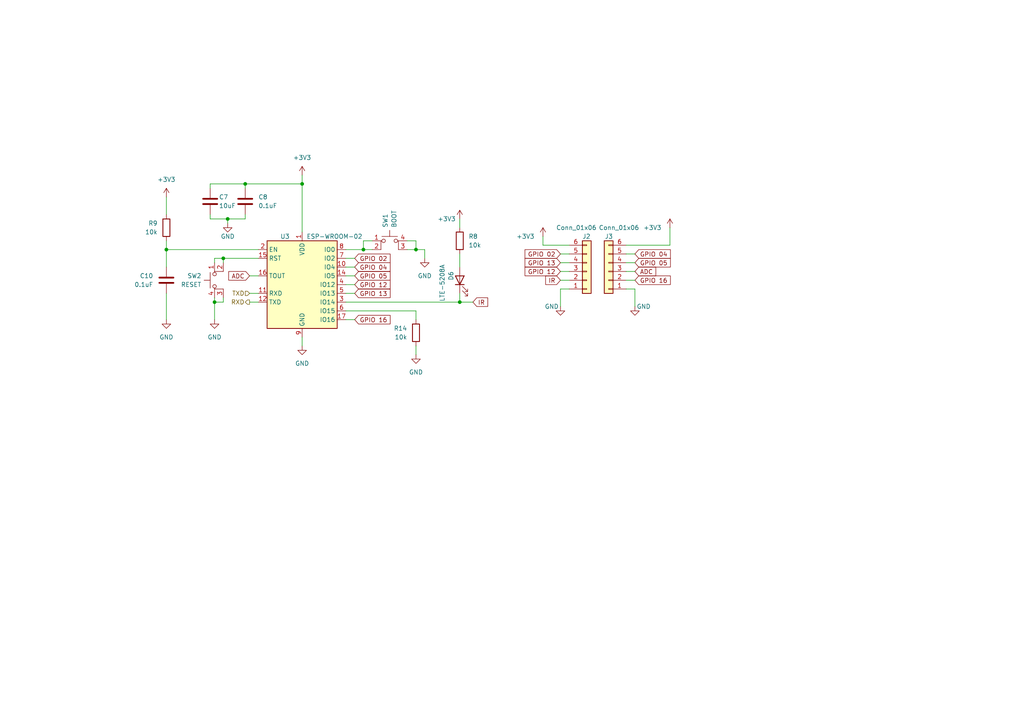
<source format=kicad_sch>
(kicad_sch (version 20211123) (generator eeschema)
  (paper "A4")
  (lib_symbols
    (symbol "Connector_Generic:Conn_01x06" (pin_names (offset 1.016) hide)
      (property "Reference" "J" (at 0 7.62 0))
      (property "Value" "Conn_01x06" (at 0 -10.16 0))
      (symbol "Conn_01x06_1_1"
        (rectangle (start -1.27 -7.493) (end 0 -7.747) (stroke (width 0.1524)))
        (rectangle (start -1.27 -4.953) (end 0 -5.207) (stroke (width 0.1524)))
        (rectangle (start -1.27 -2.413) (end 0 -2.667) (stroke (width 0.1524)))
        (rectangle (start -1.27 0.127) (end 0 -0.127) (stroke (width 0.1524)))
        (rectangle (start -1.27 2.667) (end 0 2.413) (stroke (width 0.1524)))
        (rectangle (start -1.27 5.207) (end 0 4.953) (stroke (width 0.1524)))
        (rectangle (start -1.27 6.35) (end 1.27 -8.89) (stroke (width 0.254)) (fill (type background)))
        (pin passive line (at -5.08 5.08 0) (length 3.81) (name "Pin_1") (number "1"))
        (pin passive line (at -5.08 2.54 0) (length 3.81) (name "Pin_2") (number "2"))
        (pin passive line (at -5.08 0 0) (length 3.81) (name "Pin_3") (number "3"))
        (pin passive line (at -5.08 -2.54 0) (length 3.81) (name "Pin_4") (number "4"))
        (pin passive line (at -5.08 -5.08 0) (length 3.81) (name "Pin_5") (number "5"))
        (pin passive line (at -5.08 -7.62 0) (length 3.81) (name "Pin_6") (number "6"))
      )
    )
    (symbol "Device:C" (pin_numbers hide) (pin_names (offset 0.254))
      (property "Reference" "C" (at 0.635 2.54 0))
      (property "Value" "C" (at 0.635 -2.54 0))
      (symbol "C_0_1"
        (polyline (pts (xy -2.032 -0.762) (xy 2.032 -0.762)) (stroke (width 0.508)))
        (polyline (pts (xy -2.032 0.762) (xy 2.032 0.762)) (stroke (width 0.508)))
      )
      (symbol "C_1_1"
        (pin passive line (at 0 3.81 270) (length 2.794) (name "~") (number "1"))
        (pin passive line (at 0 -3.81 90) (length 2.794) (name "~") (number "2"))
      )
    )
    (symbol "Device:LED" (pin_numbers hide) (pin_names (offset 1.016) hide)
      (property "Reference" "D" (at 0 2.54 0))
      (property "Value" "LED" (at 0 -2.54 0))
      (symbol "LED_0_1"
        (polyline (pts (xy -1.27 -1.27) (xy -1.27 1.27)) (stroke (width 0.254)))
        (polyline (pts (xy -1.27 0) (xy 1.27 0)))
        (polyline (pts (xy 1.27 -1.27) (xy 1.27 1.27) (xy -1.27 0) (xy 1.27 -1.27)) (stroke (width 0.254)))
        (polyline (pts (xy -3.048 -0.762) (xy -4.572 -2.286) (xy -3.81 -2.286) (xy -4.572 -2.286) (xy -4.572 -1.524)))
        (polyline (pts (xy -1.778 -0.762) (xy -3.302 -2.286) (xy -2.54 -2.286) (xy -3.302 -2.286) (xy -3.302 -1.524)))
      )
      (symbol "LED_1_1"
        (pin passive line (at -3.81 0 0) (length 2.54) (name "K") (number "1"))
        (pin passive line (at 3.81 0 180) (length 2.54) (name "A") (number "2"))
      )
    )
    (symbol "Device:R" (pin_numbers hide) (pin_names (offset 0))
      (property "Reference" "R" (at 2.032 0 90))
      (property "Value" "R" (at 0 0 90))
      (symbol "R_0_1"
        (rectangle (start -1.016 -2.54) (end 1.016 2.54) (stroke (width 0.254)))
      )
      (symbol "R_1_1"
        (pin passive line (at 0 3.81 270) (length 1.27) (name "~") (number "1"))
        (pin passive line (at 0 -3.81 90) (length 1.27) (name "~") (number "2"))
      )
    )
    (symbol "RF_Module:ESP-WROOM-02"
      (property "Reference" "U" (at -7.62 13.97 0))
      (property "Value" "ESP-WROOM-02" (at 10.16 13.97 0))
      (symbol "ESP-WROOM-02_0_1"
        (rectangle (start 10.16 12.7) (end -10.16 -12.7) (stroke (width 0.254)) (fill (type background)))
      )
      (symbol "ESP-WROOM-02_1_1"
        (pin power_in line (at 0 15.24 270) (length 2.54) (name "VDD") (number "1"))
        (pin bidirectional line (at 12.7 5.08 180) (length 2.54) (name "IO4") (number "10"))
        (pin bidirectional line (at -12.7 -2.54 0) (length 2.54) (name "RXD") (number "11"))
        (pin bidirectional line (at -12.7 -5.08 0) (length 2.54) (name "TXD") (number "12"))
        (pin passive line (at 0 -15.24 90) (length 2.54) hide (name "GND") (number "13"))
        (pin bidirectional line (at 12.7 2.54 180) (length 2.54) (name "IO5") (number "14"))
        (pin input line (at -12.7 7.62 0) (length 2.54) (name "RST") (number "15"))
        (pin input line (at -12.7 2.54 0) (length 2.54) (name "TOUT") (number "16"))
        (pin bidirectional line (at 12.7 -10.16 180) (length 2.54) (name "IO16") (number "17"))
        (pin passive line (at 0 -15.24 90) (length 2.54) hide (name "GND") (number "18"))
        (pin passive line (at 0 -15.24 90) (length 2.54) hide (name "GND") (number "19"))
        (pin input line (at -12.7 10.16 0) (length 2.54) (name "EN") (number "2"))
        (pin bidirectional line (at 12.7 -5.08 180) (length 2.54) (name "IO14") (number "3"))
        (pin bidirectional line (at 12.7 0 180) (length 2.54) (name "IO12") (number "4"))
        (pin bidirectional line (at 12.7 -2.54 180) (length 2.54) (name "IO13") (number "5"))
        (pin bidirectional line (at 12.7 -7.62 180) (length 2.54) (name "IO15") (number "6"))
        (pin bidirectional line (at 12.7 7.62 180) (length 2.54) (name "IO2") (number "7"))
        (pin bidirectional line (at 12.7 10.16 180) (length 2.54) (name "IO0") (number "8"))
        (pin power_in line (at 0 -15.24 90) (length 2.54) (name "GND") (number "9"))
      )
    )
    (symbol "Switch:SW_MEC_5E" (pin_names (offset 1.016) hide)
      (property "Reference" "SW" (at 0.635 5.715 0))
      (property "Value" "SW_MEC_5E" (at 0 -3.175 0))
      (symbol "SW_MEC_5E_0_1"
        (circle (center -1.778 2.54) (radius 0.508))
        (polyline (pts (xy -2.286 3.81) (xy 2.286 3.81)))
        (polyline (pts (xy 0 3.81) (xy 0 5.588)))
        (polyline (pts (xy -2.54 0) (xy -2.54 2.54) (xy -2.286 2.54)))
        (polyline (pts (xy 2.54 0) (xy 2.54 2.54) (xy 2.286 2.54)))
        (circle (center 1.778 2.54) (radius 0.508))
        (pin passive line (at -5.08 2.54 0) (length 2.54) (name "1") (number "1"))
        (pin passive line (at -5.08 0 0) (length 2.54) (name "2") (number "2"))
        (pin passive line (at 5.08 0 180) (length 2.54) (name "K") (number "3"))
        (pin passive line (at 5.08 2.54 180) (length 2.54) (name "A") (number "4"))
      )
    )
    (symbol "power:+3.3V" (power) (pin_names (offset 0))
      (property "Value" "+3.3V" (at 0 3.556 0))
      (symbol "+3.3V_0_1"
        (polyline (pts (xy -0.762 1.27) (xy 0 2.54)))
        (polyline (pts (xy 0 0) (xy 0 2.54)))
        (polyline (pts (xy 0 2.54) (xy 0.762 1.27)))
      )
      (symbol "+3.3V_1_1"
        (pin power_in line (at 0 0 90) (length 0) hide (name "+3V3") (number "1"))
      )
    )
    (symbol "power:GND" (power) (pin_names (offset 0))
      (property "Value" "GND" (at 0 -3.81 0))
      (symbol "GND_0_1"
        (polyline (pts (xy 0 0) (xy 0 -1.27) (xy 1.27 -1.27) (xy 0 -2.54) (xy -1.27 -1.27) (xy 0 -1.27)))
      )
      (symbol "GND_1_1"
        (pin power_in line (at 0 0 270) (length 0) hide (name "GND") (number "1"))
      )
    )
  )
  (junction (at 66.04 63.5))
  (junction (at 87.63 53.34))
  (junction (at 133.35 87.63))
  (junction (at 48.26 72.39))
  (junction (at 120.65 72.39))
  (junction (at 105.41 72.39))
  (junction (at 64.77 74.93))
  (junction (at 62.23 87.63))
  (junction (at 71.12 53.34))
  (wire (pts (xy 60.96 63.5) (xy 60.96 62.23)))
  (wire (pts (xy 62.23 87.63) (xy 62.23 86.36)))
  (wire (pts (xy 71.12 53.34) (xy 71.12 54.61)))
  (wire (pts (xy 64.77 74.93) (xy 74.93 74.93)))
  (wire (pts (xy 74.93 85.09) (xy 72.39 85.09)))
  (wire (pts (xy 162.56 76.2) (xy 165.1 76.2)))
  (wire (pts (xy 133.35 87.63) (xy 137.16 87.63)))
  (wire (pts (xy 64.77 87.63) (xy 62.23 87.63)))
  (wire (pts (xy 105.41 72.39) (xy 107.95 72.39)))
  (wire (pts (xy 48.26 85.09) (xy 48.26 92.71)))
  (wire (pts (xy 120.65 92.71) (xy 120.65 90.17)))
  (wire (pts (xy 194.31 66.04) (xy 194.31 71.12)))
  (wire (pts (xy 133.35 63.5) (xy 133.35 66.04)))
  (wire (pts (xy 48.26 69.85) (xy 48.26 72.39)))
  (wire (pts (xy 100.33 72.39) (xy 105.41 72.39)))
  (wire (pts (xy 107.95 69.85) (xy 105.41 69.85)))
  (wire (pts (xy 60.96 53.34) (xy 71.12 53.34)))
  (wire (pts (xy 118.11 69.85) (xy 120.65 69.85)))
  (wire (pts (xy 48.26 72.39) (xy 74.93 72.39)))
  (wire (pts (xy 48.26 62.23) (xy 48.26 57.15)))
  (wire (pts (xy 181.61 71.12) (xy 194.31 71.12)))
  (wire (pts (xy 162.56 83.82) (xy 162.56 88.9)))
  (wire (pts (xy 105.41 69.85) (xy 105.41 72.39)))
  (wire (pts (xy 118.11 72.39) (xy 120.65 72.39)))
  (wire (pts (xy 157.48 68.58) (xy 157.48 71.12)))
  (wire (pts (xy 184.15 83.82) (xy 184.15 88.9)))
  (wire (pts (xy 100.33 90.17) (xy 120.65 90.17)))
  (wire (pts (xy 184.15 81.28) (xy 181.61 81.28)))
  (wire (pts (xy 133.35 73.66) (xy 133.35 77.47)))
  (wire (pts (xy 64.77 87.63) (xy 64.77 86.36)))
  (wire (pts (xy 62.23 76.2) (xy 62.23 74.93)))
  (wire (pts (xy 162.56 83.82) (xy 165.1 83.82)))
  (wire (pts (xy 102.87 74.93) (xy 100.33 74.93)))
  (wire (pts (xy 120.65 69.85) (xy 120.65 72.39)))
  (wire (pts (xy 102.87 82.55) (xy 100.33 82.55)))
  (wire (pts (xy 62.23 74.93) (xy 64.77 74.93)))
  (wire (pts (xy 102.87 92.71) (xy 100.33 92.71)))
  (wire (pts (xy 60.96 63.5) (xy 66.04 63.5)))
  (wire (pts (xy 184.15 83.82) (xy 181.61 83.82)))
  (wire (pts (xy 102.87 85.09) (xy 100.33 85.09)))
  (wire (pts (xy 87.63 50.8) (xy 87.63 53.34)))
  (wire (pts (xy 102.87 77.47) (xy 100.33 77.47)))
  (wire (pts (xy 87.63 97.79) (xy 87.63 100.33)))
  (wire (pts (xy 100.33 87.63) (xy 133.35 87.63)))
  (wire (pts (xy 66.04 63.5) (xy 71.12 63.5)))
  (wire (pts (xy 162.56 81.28) (xy 165.1 81.28)))
  (wire (pts (xy 162.56 78.74) (xy 165.1 78.74)))
  (wire (pts (xy 74.93 87.63) (xy 72.39 87.63)))
  (wire (pts (xy 87.63 53.34) (xy 87.63 67.31)))
  (wire (pts (xy 162.56 73.66) (xy 165.1 73.66)))
  (wire (pts (xy 120.65 100.33) (xy 120.65 102.87)))
  (wire (pts (xy 133.35 85.09) (xy 133.35 87.63)))
  (wire (pts (xy 64.77 76.2) (xy 64.77 74.93)))
  (wire (pts (xy 184.15 76.2) (xy 181.61 76.2)))
  (wire (pts (xy 72.39 80.01) (xy 74.93 80.01)))
  (wire (pts (xy 123.19 72.39) (xy 123.19 74.93)))
  (wire (pts (xy 184.15 78.74) (xy 181.61 78.74)))
  (wire (pts (xy 66.04 63.5) (xy 66.04 64.77)))
  (wire (pts (xy 181.61 73.66) (xy 184.15 73.66)))
  (wire (pts (xy 71.12 53.34) (xy 87.63 53.34)))
  (wire (pts (xy 60.96 53.34) (xy 60.96 54.61)))
  (wire (pts (xy 71.12 63.5) (xy 71.12 62.23)))
  (wire (pts (xy 48.26 72.39) (xy 48.26 77.47)))
  (wire (pts (xy 120.65 72.39) (xy 123.19 72.39)))
  (wire (pts (xy 62.23 87.63) (xy 62.23 92.71)))
  (wire (pts (xy 157.48 71.12) (xy 165.1 71.12)))
  (wire (pts (xy 102.87 80.01) (xy 100.33 80.01)))
  (global_label "GPIO 12" (shape input) (at 102.87 82.55 0) (property "Intersheet References" "${INTERSHEET_REFS}" (effects hide)))
  (global_label "IR" (shape input) (at 137.16 87.63 0) (property "Intersheet References" "${INTERSHEET_REFS}" (effects hide)))
  (global_label "GPIO 02" (shape input) (at 102.87 74.93 0) (property "Intersheet References" "${INTERSHEET_REFS}" (effects hide)))
  (global_label "GPIO 04" (shape input) (at 102.87 77.47 0) (property "Intersheet References" "${INTERSHEET_REFS}" (effects hide)))
  (global_label "ADC" (shape input) (at 72.39 80.01 180) (property "Intersheet References" "${INTERSHEET_REFS}" (effects hide)))
  (global_label "GPIO 05" (shape input) (at 102.87 80.01 0) (property "Intersheet References" "${INTERSHEET_REFS}" (effects hide)))
  (global_label "ADC" (shape input) (at 184.15 78.74 0) (property "Intersheet References" "${INTERSHEET_REFS}" (effects hide)))
  (global_label "GPIO 05" (shape input) (at 184.15 76.2 0) (property "Intersheet References" "${INTERSHEET_REFS}" (effects hide)))
  (global_label "GPIO 02" (shape input) (at 162.56 73.66 180) (property "Intersheet References" "${INTERSHEET_REFS}" (effects hide)))
  (global_label "GPIO 13" (shape input) (at 162.56 76.2 180) (property "Intersheet References" "${INTERSHEET_REFS}" (effects hide)))
  (global_label "GPIO 04" (shape input) (at 184.15 73.66 0) (property "Intersheet References" "${INTERSHEET_REFS}" (effects hide)))
  (global_label "GPIO 16" (shape input) (at 184.15 81.28 0) (property "Intersheet References" "${INTERSHEET_REFS}" (effects hide)))
  (global_label "GPIO 13" (shape input) (at 102.87 85.09 0) (property "Intersheet References" "${INTERSHEET_REFS}" (effects hide)))
  (global_label "IR" (shape input) (at 162.56 81.28 180) (property "Intersheet References" "${INTERSHEET_REFS}" (effects hide)))
  (global_label "GPIO 12" (shape input) (at 162.56 78.74 180) (property "Intersheet References" "${INTERSHEET_REFS}" (effects hide)))
  (global_label "GPIO 16" (shape input) (at 102.87 92.71 0) (property "Intersheet References" "${INTERSHEET_REFS}" (effects hide)))
  (hierarchical_label "RXD" (shape output) (at 72.39 87.63 180))
  (hierarchical_label "TXD" (shape input) (at 72.39 85.09 180))
  (symbol (lib_id "power:+3.3V") (at 48.26 57.15 0) (unit 1)
    (property "Reference" "#PWR018" (effects hide))
    (property "Value" "+3.3V" (at 48.26 52.07 0))
  )
  (symbol (lib_id "power:GND") (at 48.26 92.71 0) (mirror y) (unit 1)
    (property "Reference" "#PWR012" (effects hide))
    (property "Value" "GND" (at 48.26 97.79 0))
  )
  (symbol (lib_id "Device:C") (at 48.26 81.28 0) (mirror y) (unit 1)
    (property "Reference" "C10" (at 44.45 80.0099 0) (effects (justify left)))
    (property "Value" "0.1uF" (at 44.45 82.5499 0) (effects (justify left)))
    (property "Footprint" "Capacitor_SMD:C_0603_1608Metric" (effects hide))
  )
  (symbol (lib_id "Device:R") (at 133.35 69.85 180) (unit 1)
    (property "Reference" "R8" (at 135.89 68.5799 0) (effects (justify right)))
    (property "Value" "10k" (at 135.89 71.1199 0) (effects (justify right)))
    (property "Footprint" "Resistor_SMD:R_0603_1608Metric" (effects hide))
  )
  (symbol (lib_id "power:+3.3V") (at 194.31 66.04 0) (unit 1)
    (property "Reference" "#PWR024" (effects hide))
    (property "Value" "+3.3V" (at 189.23 66.04 0))
  )
  (symbol (lib_id "Device:R") (at 48.26 66.04 0) (mirror x) (unit 1)
    (property "Reference" "R9" (at 45.72 64.7699 0) (effects (justify right)))
    (property "Value" "10k" (at 45.72 67.3099 0) (effects (justify right)))
    (property "Footprint" "Resistor_SMD:R_0603_1608Metric" (effects hide))
  )
  (symbol (lib_id "Connector_Generic:Conn_01x06") (at 176.53 78.74 180) (unit 1)
    (property "Reference" "J3" (at 177.8 68.58 0) (effects (justify left)))
    (property "Value" "Conn_01x06" (at 185.42 66.04 0) (effects (justify left)))
    (property "Footprint" "Connector_PinHeader_2.54mm:PinHeader_1x06_P2.54mm_Vertical" (effects hide))
  )
  (symbol (lib_id "Switch:SW_MEC_5E") (at 64.77 81.28 90) (mirror x) (unit 1)
    (property "Reference" "SW2" (at 58.42 80.0099 90) (effects (justify left)))
    (property "Value" "RESET" (at 58.42 82.5499 90) (effects (justify left)))
    (property "Footprint" "Button_Switch_SMD:SW_SPST_Omron_B3FS-100xP" (effects hide))
    (property "Datasheet" "http://www.apem.com/int/index.php?controller=attachment&id_attachment=1371" (effects hide))
  )
  (symbol (lib_id "Switch:SW_MEC_5E") (at 113.03 72.39 0) (unit 1)
    (property "Reference" "SW1" (at 111.7599 66.04 90) (effects (justify left)))
    (property "Value" "BOOT" (at 114.2999 66.04 90) (effects (justify left)))
    (property "Footprint" "Button_Switch_SMD:SW_SPST_Omron_B3FS-100xP" (effects hide))
    (property "Datasheet" "http://www.apem.com/int/index.php?controller=attachment&id_attachment=1371" (effects hide))
  )
  (symbol (lib_id "Device:C") (at 71.12 58.42 0) (unit 1)
    (property "Reference" "C8" (at 74.93 57.1499 0) (effects (justify left)))
    (property "Value" "0.1uF" (at 74.93 59.6899 0) (effects (justify left)))
    (property "Footprint" "Capacitor_SMD:C_0603_1608Metric" (effects hide))
  )
  (symbol (lib_id "power:GND") (at 123.19 74.93 0) (unit 1)
    (property "Reference" "#PWR010" (effects hide))
    (property "Value" "GND" (at 123.19 80.01 0))
  )
  (symbol (lib_id "power:+3.3V") (at 157.48 68.58 0) (unit 1)
    (property "Reference" "#PWR019" (effects hide))
    (property "Value" "+3.3V" (at 152.4 68.58 0))
  )
  (symbol (lib_id "Device:R") (at 120.65 96.52 0) (mirror x) (unit 1)
    (property "Reference" "R14" (at 118.11 95.2499 0) (effects (justify right)))
    (property "Value" "10k" (at 118.11 97.7899 0) (effects (justify right)))
    (property "Footprint" "Resistor_SMD:R_0603_1608Metric" (effects hide))
  )
  (symbol (lib_id "power:GND") (at 66.04 64.77 0) (unit 1)
    (property "Reference" "#PWR0102" (effects hide))
    (property "Value" "GND" (at 66.04 68.58 0))
  )
  (symbol (lib_id "Device:C") (at 60.96 58.42 0) (unit 1)
    (property "Reference" "C7" (at 63.5 57.15 0) (effects (justify left)))
    (property "Value" "10uF" (at 63.5 59.69 0) (effects (justify left)))
    (property "Footprint" "Capacitor_SMD:C_0603_1608Metric" (effects hide))
  )
  (symbol (lib_id "Connector_Generic:Conn_01x06") (at 170.18 78.74 0) (mirror x) (unit 1)
    (property "Reference" "J2" (at 168.91 68.58 0) (effects (justify left)))
    (property "Value" "Conn_01x06" (at 161.29 66.04 0) (effects (justify left)))
    (property "Footprint" "Connector_PinHeader_2.54mm:PinHeader_1x06_P2.54mm_Vertical" (effects hide))
  )
  (symbol (lib_id "power:GND") (at 120.65 102.87 0) (unit 1)
    (property "Reference" "#PWR020" (effects hide))
    (property "Value" "GND" (at 120.65 107.95 0))
  )
  (symbol (lib_id "power:GND") (at 87.63 100.33 0) (unit 1)
    (property "Reference" "#PWR0101" (effects hide))
    (property "Value" "GND" (at 87.63 105.41 0))
  )
  (symbol (lib_id "power:+3.3V") (at 87.63 50.8 0) (unit 1)
    (property "Reference" "#PWR021" (effects hide))
    (property "Value" "+3.3V" (at 87.63 45.72 0))
  )
  (symbol (lib_id "power:GND") (at 162.56 88.9 0) (mirror y) (unit 1)
    (property "Reference" "#PWR013" (effects hide))
    (property "Value" "GND" (at 160.02 88.9 0))
  )
  (symbol (lib_id "Device:LED") (at 133.35 81.28 90) (unit 1)
    (property "Reference" "D6" (at 130.81 80.01 0))
    (property "Value" " LTE-5208A" (at 128.27 82.55 0))
    (property "Footprint" "LED_THT:LED_D5.0mm" (effects hide))
  )
  (symbol (lib_id "power:GND") (at 62.23 92.71 0) (mirror y) (unit 1)
    (property "Reference" "#PWR08" (effects hide))
    (property "Value" "GND" (at 62.23 97.79 0))
  )
  (symbol (lib_id "power:+3.3V") (at 133.35 63.5 0) (unit 1)
    (property "Reference" "#PWR022" (effects hide))
    (property "Value" "+3.3V" (at 129.54 63.5 0))
  )
  (symbol (lib_id "RF_Module:ESP-WROOM-02") (at 87.63 82.55 0) (unit 1)
    (property "Reference" "U3" (at 81.28 68.58 0) (effects (justify left)))
    (property "Value" "ESP-WROOM-02" (at 88.9 68.58 0) (effects (justify left)))
    (property "Footprint" "RF_Module:ESP-WROOM-02" (effects hide))
    (property "Datasheet" "https://www.espressif.com/sites/default/files/documentation/0c-esp-wroom-02_datasheet_en.pdf" (effects hide))
  )
  (symbol (lib_id "power:GND") (at 184.15 88.9 0) (unit 1)
    (property "Reference" "#PWR023" (effects hide))
    (property "Value" "GND" (at 186.69 88.9 0))
  )
)
</source>
